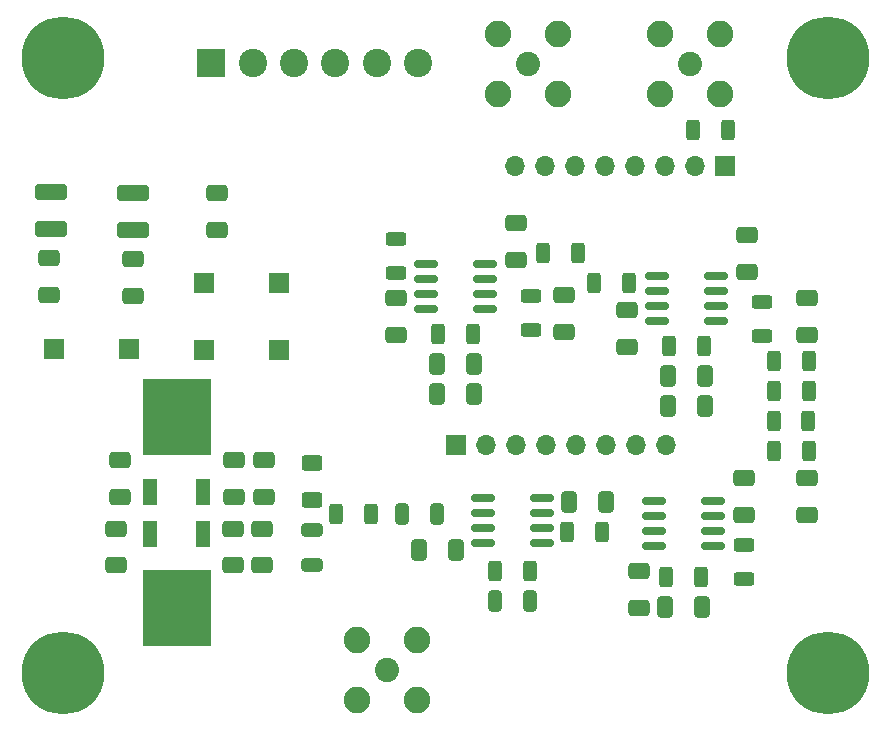
<source format=gbr>
%TF.GenerationSoftware,KiCad,Pcbnew,(6.0.1)*%
%TF.CreationDate,2022-07-28T11:00:42-05:00*%
%TF.ProjectId,proton_detector_amplifier,70726f74-6f6e-45f6-9465-746563746f72,rev?*%
%TF.SameCoordinates,Original*%
%TF.FileFunction,Soldermask,Top*%
%TF.FilePolarity,Negative*%
%FSLAX46Y46*%
G04 Gerber Fmt 4.6, Leading zero omitted, Abs format (unit mm)*
G04 Created by KiCad (PCBNEW (6.0.1)) date 2022-07-28 11:00:42*
%MOMM*%
%LPD*%
G01*
G04 APERTURE LIST*
G04 Aperture macros list*
%AMRoundRect*
0 Rectangle with rounded corners*
0 $1 Rounding radius*
0 $2 $3 $4 $5 $6 $7 $8 $9 X,Y pos of 4 corners*
0 Add a 4 corners polygon primitive as box body*
4,1,4,$2,$3,$4,$5,$6,$7,$8,$9,$2,$3,0*
0 Add four circle primitives for the rounded corners*
1,1,$1+$1,$2,$3*
1,1,$1+$1,$4,$5*
1,1,$1+$1,$6,$7*
1,1,$1+$1,$8,$9*
0 Add four rect primitives between the rounded corners*
20,1,$1+$1,$2,$3,$4,$5,0*
20,1,$1+$1,$4,$5,$6,$7,0*
20,1,$1+$1,$6,$7,$8,$9,0*
20,1,$1+$1,$8,$9,$2,$3,0*%
G04 Aperture macros list end*
%ADD10RoundRect,0.250000X-0.412500X-0.650000X0.412500X-0.650000X0.412500X0.650000X-0.412500X0.650000X0*%
%ADD11RoundRect,0.250000X-0.312500X-0.625000X0.312500X-0.625000X0.312500X0.625000X-0.312500X0.625000X0*%
%ADD12RoundRect,0.250000X-0.650000X0.412500X-0.650000X-0.412500X0.650000X-0.412500X0.650000X0.412500X0*%
%ADD13RoundRect,0.150000X-0.825000X-0.150000X0.825000X-0.150000X0.825000X0.150000X-0.825000X0.150000X0*%
%ADD14RoundRect,0.250000X0.625000X-0.312500X0.625000X0.312500X-0.625000X0.312500X-0.625000X-0.312500X0*%
%ADD15R,1.200000X2.200000*%
%ADD16R,5.800000X6.400000*%
%ADD17RoundRect,0.250000X0.312500X0.625000X-0.312500X0.625000X-0.312500X-0.625000X0.312500X-0.625000X0*%
%ADD18RoundRect,0.250000X0.650000X-0.412500X0.650000X0.412500X-0.650000X0.412500X-0.650000X-0.412500X0*%
%ADD19C,0.800000*%
%ADD20C,7.000000*%
%ADD21R,1.700000X1.700000*%
%ADD22C,2.050000*%
%ADD23C,2.250000*%
%ADD24RoundRect,0.150000X0.825000X0.150000X-0.825000X0.150000X-0.825000X-0.150000X0.825000X-0.150000X0*%
%ADD25RoundRect,0.250000X-0.325000X-0.650000X0.325000X-0.650000X0.325000X0.650000X-0.325000X0.650000X0*%
%ADD26RoundRect,0.250000X0.625000X-0.400000X0.625000X0.400000X-0.625000X0.400000X-0.625000X-0.400000X0*%
%ADD27RoundRect,0.250000X-1.100000X0.412500X-1.100000X-0.412500X1.100000X-0.412500X1.100000X0.412500X0*%
%ADD28R,2.400000X2.400000*%
%ADD29C,2.400000*%
%ADD30O,1.700000X1.700000*%
%ADD31RoundRect,0.250000X0.412500X0.650000X-0.412500X0.650000X-0.412500X-0.650000X0.412500X-0.650000X0*%
%ADD32RoundRect,0.250000X0.650000X-0.325000X0.650000X0.325000X-0.650000X0.325000X-0.650000X-0.325000X0*%
%ADD33RoundRect,0.250000X-0.625000X0.312500X-0.625000X-0.312500X0.625000X-0.312500X0.625000X0.312500X0*%
G04 APERTURE END LIST*
D10*
%TO.C,C26*%
X62953500Y-66548000D03*
X66078500Y-66548000D03*
%TD*%
D11*
%TO.C,R6*%
X91501500Y-63754000D03*
X94426500Y-63754000D03*
%TD*%
D10*
%TO.C,C21*%
X82511500Y-67564000D03*
X85636500Y-67564000D03*
%TD*%
D12*
%TO.C,C20*%
X89154000Y-53047500D03*
X89154000Y-56172500D03*
%TD*%
D13*
%TO.C,IC2*%
X66867000Y-75311000D03*
X66867000Y-76581000D03*
X66867000Y-77851000D03*
X66867000Y-79121000D03*
X71817000Y-79121000D03*
X71817000Y-77851000D03*
X71817000Y-76581000D03*
X71817000Y-75311000D03*
%TD*%
D14*
%TO.C,R16*%
X70866000Y-61152500D03*
X70866000Y-58227500D03*
%TD*%
D15*
%TO.C,U1*%
X43174000Y-78350000D03*
D16*
X40894000Y-84650000D03*
D15*
X38614000Y-78350000D03*
%TD*%
D17*
%TO.C,R13*%
X74868500Y-54610000D03*
X71943500Y-54610000D03*
%TD*%
D18*
%TO.C,C10*%
X48129000Y-81049500D03*
X48129000Y-77924500D03*
%TD*%
D14*
%TO.C,R15*%
X59436000Y-56326500D03*
X59436000Y-53401500D03*
%TD*%
D19*
%TO.C,H2*%
X33867000Y-38100000D03*
X31242000Y-35475000D03*
D20*
X31242000Y-38100000D03*
D19*
X29385845Y-36243845D03*
X33098155Y-36243845D03*
X33098155Y-39956155D03*
X29385845Y-39956155D03*
X31242000Y-40725000D03*
X28617000Y-38100000D03*
%TD*%
D17*
%TO.C,R4*%
X94426500Y-66294000D03*
X91501500Y-66294000D03*
%TD*%
D14*
%TO.C,R9*%
X90424000Y-61660500D03*
X90424000Y-58735500D03*
%TD*%
D21*
%TO.C,+9V*%
X30480000Y-62738000D03*
%TD*%
D22*
%TO.C,J2*%
X58674000Y-89916000D03*
D23*
X61214000Y-87376000D03*
X56134000Y-87376000D03*
X61214000Y-92456000D03*
X56134000Y-92456000D03*
%TD*%
D21*
%TO.C,-60V*%
X43180000Y-62786000D03*
%TD*%
D12*
%TO.C,C27*%
X69596000Y-52031500D03*
X69596000Y-55156500D03*
%TD*%
D13*
%TO.C,IC4*%
X81345000Y-75565000D03*
X81345000Y-76835000D03*
X81345000Y-78105000D03*
X81345000Y-79375000D03*
X86295000Y-79375000D03*
X86295000Y-78105000D03*
X86295000Y-76835000D03*
X86295000Y-75565000D03*
%TD*%
D17*
%TO.C,R7*%
X87568500Y-44196000D03*
X84643500Y-44196000D03*
%TD*%
D21*
%TO.C,-5VA*%
X43180000Y-57150000D03*
%TD*%
D19*
%TO.C,H4*%
X93387000Y-90170000D03*
X97868155Y-92026155D03*
X96012000Y-87545000D03*
X94155845Y-88313845D03*
D20*
X96012000Y-90170000D03*
D19*
X98637000Y-90170000D03*
X94155845Y-92026155D03*
X96012000Y-92795000D03*
X97868155Y-88313845D03*
%TD*%
D11*
%TO.C,R-P/Z1*%
X91501500Y-71374000D03*
X94426500Y-71374000D03*
%TD*%
D15*
%TO.C,U2*%
X38615000Y-74812000D03*
D16*
X40895000Y-68512000D03*
D15*
X43175000Y-74812000D03*
%TD*%
D12*
%TO.C,C18*%
X94234000Y-58381500D03*
X94234000Y-61506500D03*
%TD*%
D21*
%TO.C,-9V*%
X36830000Y-62738000D03*
%TD*%
D18*
%TO.C,C11*%
X48260000Y-75270500D03*
X48260000Y-72145500D03*
%TD*%
D11*
%TO.C,R8*%
X73975500Y-78232000D03*
X76900500Y-78232000D03*
%TD*%
D24*
%TO.C,IC3*%
X86549000Y-60325000D03*
X86549000Y-59055000D03*
X86549000Y-57785000D03*
X86549000Y-56515000D03*
X81599000Y-56515000D03*
X81599000Y-57785000D03*
X81599000Y-59055000D03*
X81599000Y-60325000D03*
%TD*%
D12*
%TO.C,C3*%
X30086000Y-55041000D03*
X30086000Y-58166000D03*
%TD*%
D10*
%TO.C,C28*%
X82511500Y-65024000D03*
X85636500Y-65024000D03*
%TD*%
D21*
%TO.C,GND*%
X49530000Y-62786000D03*
%TD*%
D18*
%TO.C,C16*%
X78994000Y-62522500D03*
X78994000Y-59397500D03*
%TD*%
D11*
%TO.C,R3*%
X91440000Y-68834000D03*
X94365000Y-68834000D03*
%TD*%
D18*
%TO.C,C7*%
X36068000Y-75270500D03*
X36068000Y-72145500D03*
%TD*%
D25*
%TO.C,C14*%
X59993000Y-76716000D03*
X62943000Y-76716000D03*
%TD*%
D18*
%TO.C,C9*%
X45720000Y-75270500D03*
X45720000Y-72145500D03*
%TD*%
D22*
%TO.C,J6*%
X70612000Y-38608000D03*
D23*
X73152000Y-41148000D03*
X73152000Y-36068000D03*
X68072000Y-41148000D03*
X68072000Y-36068000D03*
%TD*%
D26*
%TO.C,R1*%
X52324000Y-75464000D03*
X52324000Y-72364000D03*
%TD*%
D27*
%TO.C,C1*%
X30226000Y-49453000D03*
X30226000Y-52578000D03*
%TD*%
D22*
%TO.C,J5*%
X84328000Y-38608000D03*
D23*
X81788000Y-41148000D03*
X86868000Y-41148000D03*
X86868000Y-36068000D03*
X81788000Y-36068000D03*
%TD*%
D11*
%TO.C,R11*%
X82357500Y-82042000D03*
X85282500Y-82042000D03*
%TD*%
D19*
%TO.C,H3*%
X33098155Y-92026155D03*
X31242000Y-87545000D03*
X28617000Y-90170000D03*
D20*
X31242000Y-90170000D03*
D19*
X33098155Y-88313845D03*
X29385845Y-88313845D03*
X31242000Y-92795000D03*
X29385845Y-92026155D03*
X33867000Y-90170000D03*
%TD*%
D10*
%TO.C,C30*%
X62953500Y-64008000D03*
X66078500Y-64008000D03*
%TD*%
D18*
%TO.C,C25*%
X59436000Y-61506500D03*
X59436000Y-58381500D03*
%TD*%
D28*
%TO.C,J1*%
X43828000Y-38508000D03*
D29*
X47328000Y-38508000D03*
X50828000Y-38508000D03*
X54328000Y-38508000D03*
X57828000Y-38508000D03*
X61328000Y-38508000D03*
%TD*%
D21*
%TO.C,J3*%
X64531000Y-70866000D03*
D30*
X67071000Y-70866000D03*
X69611000Y-70866000D03*
X72151000Y-70866000D03*
X74691000Y-70866000D03*
X77231000Y-70866000D03*
X79771000Y-70866000D03*
X82311000Y-70866000D03*
%TD*%
D31*
%TO.C,C15*%
X77254500Y-75692000D03*
X74129500Y-75692000D03*
%TD*%
D18*
%TO.C,C8*%
X45715000Y-81049500D03*
X45715000Y-77924500D03*
%TD*%
D12*
%TO.C,C13*%
X94234000Y-73621500D03*
X94234000Y-76746500D03*
%TD*%
D25*
%TO.C,C17*%
X67867000Y-84074000D03*
X70817000Y-84074000D03*
%TD*%
D11*
%TO.C,R2*%
X54417500Y-76708000D03*
X57342500Y-76708000D03*
%TD*%
D12*
%TO.C,C22*%
X88900000Y-73621500D03*
X88900000Y-76746500D03*
%TD*%
D32*
%TO.C,C12*%
X52324000Y-80977000D03*
X52324000Y-78027000D03*
%TD*%
D17*
%TO.C,R12*%
X79186500Y-57150000D03*
X76261500Y-57150000D03*
%TD*%
D31*
%TO.C,C29*%
X85382500Y-84582000D03*
X82257500Y-84582000D03*
%TD*%
D21*
%TO.C,J4*%
X87361000Y-47244000D03*
D30*
X84821000Y-47244000D03*
X82281000Y-47244000D03*
X79741000Y-47244000D03*
X77201000Y-47244000D03*
X74661000Y-47244000D03*
X72121000Y-47244000D03*
X69581000Y-47244000D03*
%TD*%
D10*
%TO.C,C19*%
X61429500Y-79756000D03*
X64554500Y-79756000D03*
%TD*%
D24*
%TO.C,IC5*%
X66991000Y-59309000D03*
X66991000Y-58039000D03*
X66991000Y-56769000D03*
X66991000Y-55499000D03*
X62041000Y-55499000D03*
X62041000Y-56769000D03*
X62041000Y-58039000D03*
X62041000Y-59309000D03*
%TD*%
D20*
%TO.C,H1*%
X96012000Y-38100000D03*
D19*
X94155845Y-36243845D03*
X93387000Y-38100000D03*
X94155845Y-39956155D03*
X96012000Y-35475000D03*
X96012000Y-40725000D03*
X97868155Y-39956155D03*
X98637000Y-38100000D03*
X97868155Y-36243845D03*
%TD*%
D12*
%TO.C,C6*%
X35809000Y-77924500D03*
X35809000Y-81049500D03*
%TD*%
D21*
%TO.C,+5VA*%
X49530000Y-57150000D03*
%TD*%
D27*
%TO.C,C4*%
X37196000Y-49522000D03*
X37196000Y-52647000D03*
%TD*%
D17*
%TO.C,R10*%
X85536500Y-62484000D03*
X82611500Y-62484000D03*
%TD*%
D18*
%TO.C,C24*%
X80010000Y-84620500D03*
X80010000Y-81495500D03*
%TD*%
D12*
%TO.C,C5*%
X37183000Y-55071500D03*
X37183000Y-58196500D03*
%TD*%
D33*
%TO.C,R14*%
X88900000Y-79309500D03*
X88900000Y-82234500D03*
%TD*%
D17*
%TO.C,R17*%
X65978500Y-61468000D03*
X63053500Y-61468000D03*
%TD*%
D12*
%TO.C,C2*%
X44308000Y-49483500D03*
X44308000Y-52608500D03*
%TD*%
D18*
%TO.C,C23*%
X73660000Y-61252500D03*
X73660000Y-58127500D03*
%TD*%
D11*
%TO.C,R5*%
X67879500Y-81534000D03*
X70804500Y-81534000D03*
%TD*%
M02*

</source>
